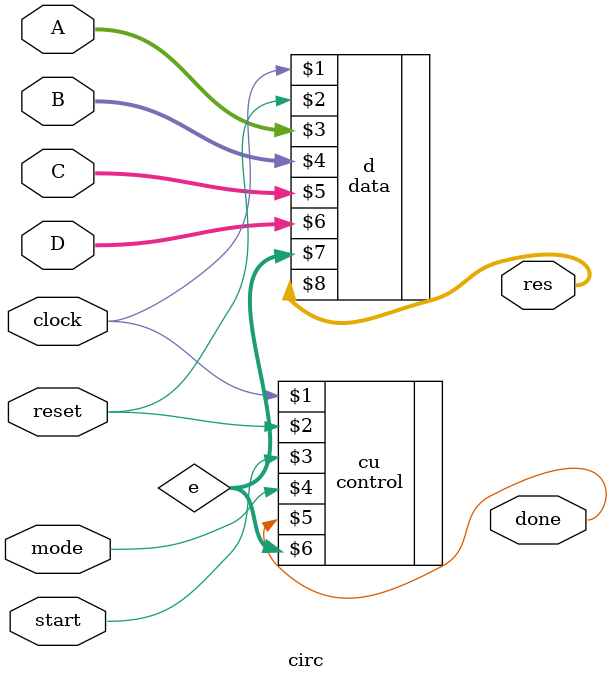
<source format=v>
`timescale 1ns/100ps

`include "control.v"
`include "data.v"

module circ(clock, reset, start, mode, A, B, C, D, res, done);

	input clock, reset, start, mode;
	input [7:0] A, B, C, D;
	output [7:0] res;
	output done;
	
	wire [4:0] e;
	
	control cu(clock, reset, start, mode, done, e);
	data d(clock, reset, A, B, C, D, e, res);
endmodule
</source>
